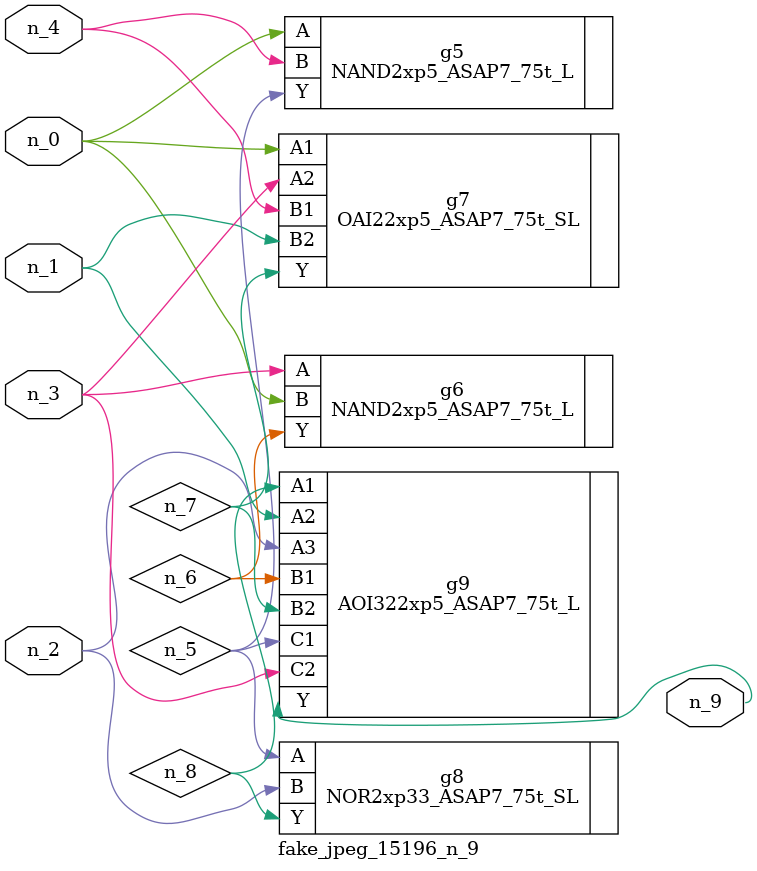
<source format=v>
module fake_jpeg_15196_n_9 (n_3, n_2, n_1, n_0, n_4, n_9);

input n_3;
input n_2;
input n_1;
input n_0;
input n_4;

output n_9;

wire n_8;
wire n_6;
wire n_5;
wire n_7;

NAND2xp5_ASAP7_75t_L g5 ( 
.A(n_0),
.B(n_4),
.Y(n_5)
);

NAND2xp5_ASAP7_75t_L g6 ( 
.A(n_3),
.B(n_0),
.Y(n_6)
);

OAI22xp5_ASAP7_75t_SL g7 ( 
.A1(n_0),
.A2(n_3),
.B1(n_4),
.B2(n_1),
.Y(n_7)
);

NOR2xp33_ASAP7_75t_SL g8 ( 
.A(n_5),
.B(n_2),
.Y(n_8)
);

AOI322xp5_ASAP7_75t_L g9 ( 
.A1(n_8),
.A2(n_1),
.A3(n_2),
.B1(n_6),
.B2(n_7),
.C1(n_5),
.C2(n_3),
.Y(n_9)
);


endmodule
</source>
